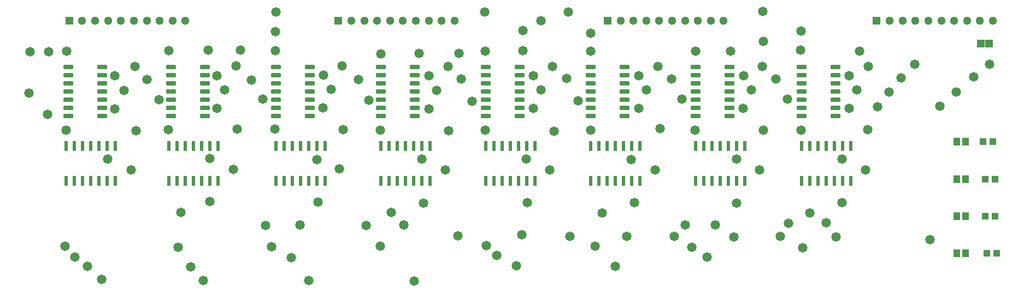
<source format=gts>
G04*
G04 #@! TF.GenerationSoftware,Altium Limited,Altium Designer,25.2.1 (25)*
G04*
G04 Layer_Color=8388736*
%FSAX44Y44*%
%MOMM*%
G71*
G04*
G04 #@! TF.SameCoordinates,F3945BAA-94F4-4F02-825A-217E7DD4EA31*
G04*
G04*
G04 #@! TF.FilePolarity,Negative*
G04*
G01*
G75*
%ADD23R,0.6000X1.5500*%
%ADD24R,1.1532X1.1532*%
%ADD25R,1.0032X1.1532*%
%ADD26R,1.0032X1.0032*%
G04:AMPARAMS|DCode=27|XSize=0.7532mm|YSize=1.4532mm|CornerRadius=0.1511mm|HoleSize=0mm|Usage=FLASHONLY|Rotation=90.000|XOffset=0mm|YOffset=0mm|HoleType=Round|Shape=RoundedRectangle|*
%AMROUNDEDRECTD27*
21,1,0.7532,1.1510,0,0,90.0*
21,1,0.4510,1.4532,0,0,90.0*
1,1,0.3022,0.5755,0.2255*
1,1,0.3022,0.5755,-0.2255*
1,1,0.3022,-0.5755,-0.2255*
1,1,0.3022,-0.5755,0.2255*
%
%ADD27ROUNDEDRECTD27*%
%ADD28C,1.3000*%
%ADD29R,1.3000X1.3000*%
%ADD30C,1.4732*%
D23*
X00872379Y01212750D02*
D03*
X00885079D02*
D03*
X00897779D02*
D03*
X00910479D02*
D03*
X00923179D02*
D03*
X00935879D02*
D03*
X00948579D02*
D03*
Y01158750D02*
D03*
X00935879D02*
D03*
X00923179D02*
D03*
X00910479D02*
D03*
X00897779D02*
D03*
X00885079D02*
D03*
X00872379D02*
D03*
X01034993Y01212750D02*
D03*
X01047693D02*
D03*
X01060393D02*
D03*
X01073093D02*
D03*
X01085793D02*
D03*
X01098493D02*
D03*
X01111193D02*
D03*
Y01158750D02*
D03*
X01098493D02*
D03*
X01085793D02*
D03*
X01073093D02*
D03*
X01060393D02*
D03*
X01047693D02*
D03*
X01034993D02*
D03*
X01197607Y01212750D02*
D03*
X01210307D02*
D03*
X01223007D02*
D03*
X01235707D02*
D03*
X01248407D02*
D03*
X01261107D02*
D03*
X01273807D02*
D03*
Y01158750D02*
D03*
X01261107D02*
D03*
X01248407D02*
D03*
X01235707D02*
D03*
X01223007D02*
D03*
X01210307D02*
D03*
X01197607D02*
D03*
X01360221Y01212750D02*
D03*
X01372921D02*
D03*
X01385621D02*
D03*
X01398321D02*
D03*
X01411021D02*
D03*
X01423721D02*
D03*
X01436421D02*
D03*
Y01158750D02*
D03*
X01423721D02*
D03*
X01411021D02*
D03*
X01398321D02*
D03*
X01385621D02*
D03*
X01372921D02*
D03*
X01360221D02*
D03*
X00706850Y01212750D02*
D03*
X00719550D02*
D03*
X00732250D02*
D03*
X00744950D02*
D03*
X00757650D02*
D03*
X00770350D02*
D03*
X00783050D02*
D03*
Y01158750D02*
D03*
X00770350D02*
D03*
X00757650D02*
D03*
X00744950D02*
D03*
X00732250D02*
D03*
X00719550D02*
D03*
X00706850D02*
D03*
X00547150Y01212750D02*
D03*
X00559850D02*
D03*
X00572550D02*
D03*
X00585250D02*
D03*
X00597950D02*
D03*
X00610650D02*
D03*
X00623350D02*
D03*
Y01158750D02*
D03*
X00610650D02*
D03*
X00597950D02*
D03*
X00585250D02*
D03*
X00572550D02*
D03*
X00559850D02*
D03*
X00547150D02*
D03*
X01686900Y01212750D02*
D03*
X01699600D02*
D03*
X01712300D02*
D03*
X01725000D02*
D03*
X01737700D02*
D03*
X01750400D02*
D03*
X01763100D02*
D03*
Y01158750D02*
D03*
X01750400D02*
D03*
X01737700D02*
D03*
X01725000D02*
D03*
X01712300D02*
D03*
X01699600D02*
D03*
X01686900D02*
D03*
X01522836Y01212750D02*
D03*
X01535536D02*
D03*
X01548236D02*
D03*
X01560936D02*
D03*
X01573636D02*
D03*
X01586336D02*
D03*
X01599036D02*
D03*
Y01158750D02*
D03*
X01586336D02*
D03*
X01573636D02*
D03*
X01560936D02*
D03*
X01548236D02*
D03*
X01535536D02*
D03*
X01522836D02*
D03*
D24*
X01977250Y01372250D02*
D03*
X01964750D02*
D03*
D25*
X01940700Y01103583D02*
D03*
X01927200D02*
D03*
X01940700Y01045750D02*
D03*
X01927200D02*
D03*
X01940700Y01161417D02*
D03*
X01927200D02*
D03*
X01940700Y01219250D02*
D03*
X01927200D02*
D03*
D26*
X01973750Y01045750D02*
D03*
X01988750D02*
D03*
X01971250Y01103583D02*
D03*
X01986249D02*
D03*
X01971250Y01161417D02*
D03*
X01986250D02*
D03*
X01968250Y01219250D02*
D03*
X01983250D02*
D03*
D27*
X01250107Y01259100D02*
D03*
Y01271800D02*
D03*
Y01284500D02*
D03*
Y01297200D02*
D03*
Y01309900D02*
D03*
Y01322600D02*
D03*
Y01335300D02*
D03*
X01197607Y01259100D02*
D03*
Y01271800D02*
D03*
Y01284500D02*
D03*
Y01297200D02*
D03*
Y01309900D02*
D03*
Y01322600D02*
D03*
Y01335300D02*
D03*
X00762265Y01259100D02*
D03*
Y01271800D02*
D03*
Y01284500D02*
D03*
Y01297200D02*
D03*
Y01309900D02*
D03*
Y01322600D02*
D03*
Y01335300D02*
D03*
X00709764Y01259100D02*
D03*
Y01271800D02*
D03*
Y01284500D02*
D03*
Y01297200D02*
D03*
Y01309900D02*
D03*
Y01322600D02*
D03*
Y01335300D02*
D03*
X01412721Y01259100D02*
D03*
Y01271800D02*
D03*
Y01284500D02*
D03*
Y01297200D02*
D03*
Y01309900D02*
D03*
Y01322600D02*
D03*
Y01335300D02*
D03*
X01360221Y01259100D02*
D03*
Y01271800D02*
D03*
Y01284500D02*
D03*
Y01297200D02*
D03*
Y01309900D02*
D03*
Y01322600D02*
D03*
Y01335300D02*
D03*
X01575336Y01259100D02*
D03*
Y01271800D02*
D03*
Y01284500D02*
D03*
Y01297200D02*
D03*
Y01309900D02*
D03*
Y01322600D02*
D03*
Y01335300D02*
D03*
X01522836Y01259100D02*
D03*
Y01271800D02*
D03*
Y01284500D02*
D03*
Y01297200D02*
D03*
Y01309900D02*
D03*
Y01322600D02*
D03*
Y01335300D02*
D03*
X01739400Y01259100D02*
D03*
Y01271800D02*
D03*
Y01284500D02*
D03*
Y01297200D02*
D03*
Y01309900D02*
D03*
Y01322600D02*
D03*
Y01335300D02*
D03*
X01686900Y01259100D02*
D03*
Y01271800D02*
D03*
Y01284500D02*
D03*
Y01297200D02*
D03*
Y01309900D02*
D03*
Y01322600D02*
D03*
Y01335300D02*
D03*
X00924879Y01259100D02*
D03*
Y01271800D02*
D03*
Y01284500D02*
D03*
Y01297200D02*
D03*
Y01309900D02*
D03*
Y01322600D02*
D03*
Y01335300D02*
D03*
X00872379Y01259100D02*
D03*
Y01271800D02*
D03*
Y01284500D02*
D03*
Y01297200D02*
D03*
Y01309900D02*
D03*
Y01322600D02*
D03*
Y01335300D02*
D03*
X00603000Y01259100D02*
D03*
Y01271800D02*
D03*
Y01284500D02*
D03*
Y01297200D02*
D03*
Y01309900D02*
D03*
Y01322600D02*
D03*
Y01335300D02*
D03*
X00550500Y01259100D02*
D03*
Y01271800D02*
D03*
Y01284500D02*
D03*
Y01297200D02*
D03*
Y01309900D02*
D03*
Y01322600D02*
D03*
Y01335300D02*
D03*
X01087834Y01259100D02*
D03*
Y01271800D02*
D03*
Y01284500D02*
D03*
Y01297200D02*
D03*
Y01309900D02*
D03*
Y01322600D02*
D03*
Y01335300D02*
D03*
X01035333Y01259100D02*
D03*
Y01271800D02*
D03*
Y01284500D02*
D03*
Y01297200D02*
D03*
Y01309900D02*
D03*
Y01322600D02*
D03*
Y01335300D02*
D03*
D28*
X01566250Y01407500D02*
D03*
X01546250D02*
D03*
X01526250D02*
D03*
X01506250D02*
D03*
X01486250D02*
D03*
X01466250D02*
D03*
X01446250D02*
D03*
X01426250D02*
D03*
X01406250D02*
D03*
X00572251Y01407500D02*
D03*
X00592250D02*
D03*
X00612250D02*
D03*
X00632250D02*
D03*
X00652250D02*
D03*
X00672250D02*
D03*
X00692250D02*
D03*
X00712250D02*
D03*
X00732250D02*
D03*
X00989250D02*
D03*
X01009250D02*
D03*
X01029250D02*
D03*
X01049250D02*
D03*
X01069250D02*
D03*
X01089250D02*
D03*
X01109251D02*
D03*
X01129251D02*
D03*
X01149251D02*
D03*
X01983250Y01407500D02*
D03*
X01963250D02*
D03*
X01943250D02*
D03*
X01923250D02*
D03*
X01903250D02*
D03*
X01883250D02*
D03*
X01863250D02*
D03*
X01843250D02*
D03*
X01823250D02*
D03*
D29*
X01386250D02*
D03*
X00552250Y01407500D02*
D03*
X00969250D02*
D03*
X01803250Y01407500D02*
D03*
D30*
X01885750Y01067500D02*
D03*
X01978250Y01339750D02*
D03*
X01953750Y01320000D02*
D03*
X01926500Y01297000D02*
D03*
X01901250Y01274750D02*
D03*
X00520000Y01359750D02*
D03*
X00518250Y01261750D02*
D03*
X00672750Y01316500D02*
D03*
X00834250Y01315000D02*
D03*
X01000500Y01316500D02*
D03*
X01685750Y01391750D02*
D03*
X01685250Y01361500D02*
D03*
X01627250Y01375500D02*
D03*
X01577067Y01360433D02*
D03*
X00653750Y01336500D02*
D03*
X00656000Y01237000D02*
D03*
X01325000Y01421500D02*
D03*
X01360000Y01388250D02*
D03*
X01283000Y01408000D02*
D03*
X01255000Y01392500D02*
D03*
Y01361250D02*
D03*
X01155750Y01357000D02*
D03*
X01094500D02*
D03*
X01035250Y01355750D02*
D03*
X00871340Y01390410D02*
D03*
X00817000Y01361750D02*
D03*
X00706340Y01360933D02*
D03*
X00767250Y01361500D02*
D03*
X01626750Y01422000D02*
D03*
X01195500Y01420750D02*
D03*
X00872500Y01421000D02*
D03*
X00491000Y01359500D02*
D03*
X00548000Y01360250D02*
D03*
X00490000Y01295250D02*
D03*
X01776500Y01360500D02*
D03*
X01862500Y01340250D02*
D03*
X01841000Y01319000D02*
D03*
X01822000Y01297000D02*
D03*
X01804500Y01274000D02*
D03*
X01789500Y01238000D02*
D03*
X01760590Y01321933D02*
D03*
X01485250Y01316750D02*
D03*
X01360340Y01360433D02*
D03*
X01647500Y01317250D02*
D03*
X01664750Y01285500D02*
D03*
X01501750D02*
D03*
X01340750Y01283250D02*
D03*
X01323250Y01317500D02*
D03*
X01176000Y01282000D02*
D03*
X01159750Y01317250D02*
D03*
X01016625Y01283875D02*
D03*
X00852000Y01285750D02*
D03*
X01628000Y01237500D02*
D03*
X01467750Y01240000D02*
D03*
X01303750Y01235750D02*
D03*
X01140000Y01236500D02*
D03*
X00976750Y01238250D02*
D03*
X00812500Y01239000D02*
D03*
X01667000Y01092250D02*
D03*
X01740000Y01071250D02*
D03*
X01725000Y01093250D02*
D03*
X01688500Y01054250D02*
D03*
X01700000Y01108750D02*
D03*
X01749590Y01192683D02*
D03*
X01749750Y01124750D02*
D03*
X00602000Y01005250D02*
D03*
X00580250Y01026000D02*
D03*
X00725250Y01109500D02*
D03*
X00866000Y01056000D02*
D03*
X01214250Y01042750D02*
D03*
X01198000Y01057750D02*
D03*
X01154750Y01073000D02*
D03*
X01245000Y01026500D02*
D03*
X01398000Y01025750D02*
D03*
X01427500Y01124750D02*
D03*
X01367000Y01057000D02*
D03*
X01506500Y01090250D02*
D03*
X01553500D02*
D03*
X01653795Y01071955D02*
D03*
X01489795Y01072455D02*
D03*
X01328045D02*
D03*
X01261500Y01124500D02*
D03*
X01253500Y01074750D02*
D03*
X01586250Y01124250D02*
D03*
X01586090Y01192183D02*
D03*
X01422840Y01191683D02*
D03*
X01260590Y01192433D02*
D03*
X01086250Y01002500D02*
D03*
X01012500Y01089250D02*
D03*
X00923500Y01004000D02*
D03*
X00910000Y01090250D02*
D03*
X00935500Y01191750D02*
D03*
X00856250Y01089250D02*
D03*
X00740750Y01024750D02*
D03*
X00759750Y01004000D02*
D03*
X00721250Y01055500D02*
D03*
X00769750Y01126250D02*
D03*
X01760340Y01270933D02*
D03*
X01790000Y01336750D02*
D03*
X01772591Y01299683D02*
D03*
X01785750Y01176000D02*
D03*
X01685750Y01237750D02*
D03*
X01596590Y01270933D02*
D03*
X01596840Y01321933D02*
D03*
X01522340Y01360433D02*
D03*
X01626250Y01336750D02*
D03*
X01608841Y01299683D02*
D03*
X01622000Y01176000D02*
D03*
X01522000Y01237750D02*
D03*
X01434590Y01270933D02*
D03*
X01434840Y01321933D02*
D03*
X01464250Y01336750D02*
D03*
X01446841Y01299683D02*
D03*
X01460000Y01176000D02*
D03*
X01360000Y01237750D02*
D03*
X01271090Y01270933D02*
D03*
X01271340Y01321933D02*
D03*
X01196840Y01360433D02*
D03*
X01300750Y01336750D02*
D03*
X01283341Y01299683D02*
D03*
X01296500Y01176000D02*
D03*
X01196500Y01237750D02*
D03*
X01098090Y01192433D02*
D03*
X01109090Y01270683D02*
D03*
X01109340Y01321683D02*
D03*
X01138750Y01336500D02*
D03*
X01121341Y01299433D02*
D03*
X01134500Y01175750D02*
D03*
X01034500Y01237500D02*
D03*
X00945590Y01271933D02*
D03*
X00945840Y01322933D02*
D03*
X00871340Y01361433D02*
D03*
X00975250Y01337750D02*
D03*
X00957841Y01300683D02*
D03*
X00971000Y01177000D02*
D03*
X00871000Y01238750D02*
D03*
X00706000Y01238250D02*
D03*
X00806000Y01176500D02*
D03*
X00792841Y01300183D02*
D03*
X00810250Y01337250D02*
D03*
X00780840Y01322433D02*
D03*
X00690840Y01284683D02*
D03*
X00780590Y01271433D02*
D03*
X00769590Y01193183D02*
D03*
X00622500Y01321750D02*
D03*
X00637250Y01299500D02*
D03*
X00648000Y01176000D02*
D03*
X00547150Y01237100D02*
D03*
X00622250Y01270750D02*
D03*
X00611250Y01192500D02*
D03*
X00545500Y01057000D02*
D03*
X01540750Y01040250D02*
D03*
X01581500Y01071500D02*
D03*
X01517000Y01055000D02*
D03*
X01416000Y01072000D02*
D03*
X01378000Y01109000D02*
D03*
X01070750Y01090250D02*
D03*
X01051000Y01110000D02*
D03*
X01101000Y01124000D02*
D03*
X01033750Y01056750D02*
D03*
X00937500Y01125500D02*
D03*
X00895750Y01039250D02*
D03*
X00560750Y01040000D02*
D03*
M02*

</source>
